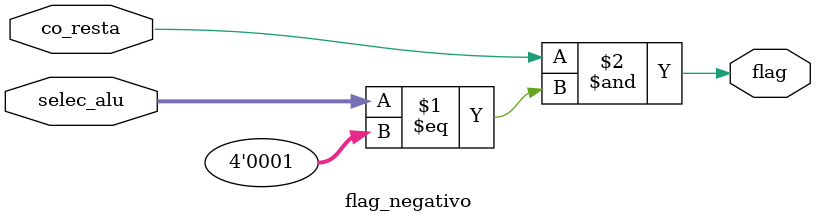
<source format=sv>
module flag_negativo (input logic  co_resta,
							  input logic [3:0] selec_alu,
							  output logic flag );
					
	assign flag = co_resta & (selec_alu==4'b0001);

endmodule 
</source>
